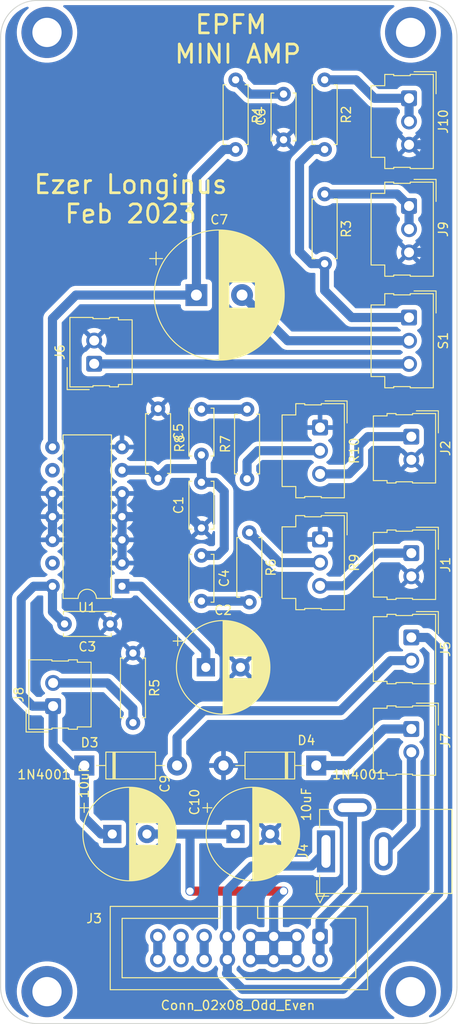
<source format=kicad_pcb>
(kicad_pcb (version 20211014) (generator pcbnew)
  (layers (0 "F.Cu" signal) (31 "B.Cu" signal) (34 "B.Paste" user) (35 "F.Paste" user) (36 "B.SilkS" user "B.Silkscreen") (37 "F.SilkS" user "F.Silkscreen") (38 "B.Mask" user) (39 "F.Mask" user) (44 "Edge.Cuts" user))
  (net 0 "")
  (net 1 "Earth")
  (net 2 "+24V")
  (net 3 "Net-(C2-Pad1)")
  (net 4 "Net-(R6-Pad2)")
  (net 5 "Net-(R7-Pad2)")
  (net 6 "Net-(C10-Pad1)")
  (net 7 "Net-(D3-Pad2)")
  (net 8 "Net-(C5-Pad1)")
  (net 9 "Net-(D4-Pad1)")
  (net 10 "Net-(C6-Pad2)")
  (net 11 "Net-(C7-Pad1)")
  (net 12 "Net-(C7-Pad2)")
  (net 13 "Net-(R9-Pad3)")
  (net 14 "Net-(J2-Pad1)")
  (net 15 "Net-(J3-Pad2)")
  (net 16 "Net-(J6-Pad1)")
  (net 17 "+12V")
  (net 18 "-12V")
  (net 19 "+5V")
  (net 20 "CV")
  (net 21 "GATE")
  (net 22 "Net-(J9-Pad1)")
  (net 23 "Net-(J10-Pad1)")
  (net 24 "Net-(R2-Pad2)")
  (net 25 "Net-(R9-Pad2)")
  (net 26 "Net-(J8-Pad2)")
  (net 27 "Net-(R10-Pad2)")
  (footprint "Resistor_THT:R_Axial_DIN0207_L6.3mm_D2.5mm_P7.62mm_Horizontal" (layer "F.Cu") (at 127.25 98.25 -90)
    (fp_text reference "R6" (at 3.81 -2.37 90) (layer "F.SilkS"))
    (fp_text value "100k")
    (pad "1" thru_hole circle (at 0 0 270) (size 1.6 1.6) (drill 0.8) (layers *.Cu *.Mask) (net 25 "Net-(R9-Pad2)"))
    (pad "2" thru_hole oval (at 7.62 0 270) (size 1.6 1.6) (drill 0.8) (layers *.Cu *.Mask) (net 4 "Net-(R6-Pad2)"))
  )
  (footprint "MountingHole:MountingHole_3.2mm_M3_DIN965_Pad" (layer "F.Cu") (at 144.92 43.5)
    (fp_text reference "H2")
    (fp_text value "MountingHole")
    (pad "1" thru_hole circle (at 0 0) (size 5.6 5.6) (drill 3.2) (layers *.Cu *.Mask))
  )
  (footprint "Connector_Molex:Molex_SL_171971-0003_1x03_P2.54mm_Vertical" (layer "F.Cu") (at 144.75 62.5 -90)
    (fp_text reference "J9" (at 2.54 -3.75 90) (layer "F.SilkS"))
    (fp_text value "HEADPHONE_A")
    (pad "1" thru_hole roundrect (at 0 0 270) (size 1.74 1.74) (drill 1.09) (layers *.Cu *.Mask) (roundrect_rratio 0.143678) (net 22 "Net-(J9-Pad1)"))
    (pad "2" thru_hole circle (at 2.54 0 270) (size 1.74 1.74) (drill 1.09) (layers *.Cu *.Mask) (net 22 "Net-(J9-Pad1)"))
    (pad "3" thru_hole circle (at 5.08 0 270) (size 1.74 1.74) (drill 1.09) (layers *.Cu *.Mask) (net 1 "Earth"))
  )
  (footprint "Resistor_THT:R_Axial_DIN0207_L6.3mm_D2.5mm_P7.62mm_Horizontal" (layer "F.Cu") (at 135.5 48.69 -90)
    (fp_text reference "R2" (at 3.81 -2.37 90) (layer "F.SilkS"))
    (fp_text value "33")
    (pad "1" thru_hole circle (at 0 0 270) (size 1.6 1.6) (drill 0.8) (layers *.Cu *.Mask) (net 23 "Net-(J10-Pad1)"))
    (pad "2" thru_hole oval (at 7.62 0 270) (size 1.6 1.6) (drill 0.8) (layers *.Cu *.Mask) (net 24 "Net-(R2-Pad2)"))
  )
  (footprint "Connector_Molex:Molex_SL_171971-0003_1x03_P2.54mm_Vertical" (layer "F.Cu") (at 135 99 -90)
    (fp_text reference "R9" (at 2.54 -3.75 90) (layer "F.SilkS"))
    (fp_text value "IN_VOL_1M")
    (pad "1" thru_hole roundrect (at 0 0 270) (size 1.74 1.74) (drill 1.09) (layers *.Cu *.Mask) (roundrect_rratio 0.143678) (net 1 "Earth"))
    (pad "2" thru_hole circle (at 2.54 0 270) (size 1.74 1.74) (drill 1.09) (layers *.Cu *.Mask) (net 25 "Net-(R9-Pad2)"))
    (pad "3" thru_hole circle (at 5.08 0 270) (size 1.74 1.74) (drill 1.09) (layers *.Cu *.Mask) (net 13 "Net-(R9-Pad3)"))
  )
  (footprint "Capacitor_THT:C_Disc_D5.0mm_W2.5mm_P5.00mm" (layer "F.Cu") (at 112 108.25 180)
    (fp_text reference "C3" (at 2.5 -2.5) (layer "F.SilkS"))
    (fp_text value "100nF")
    (pad "1" thru_hole circle (at 0 0 180) (size 1.6 1.6) (drill 0.8) (layers *.Cu *.Mask) (net 1 "Earth"))
    (pad "2" thru_hole circle (at 5 0 180) (size 1.6 1.6) (drill 0.8) (layers *.Cu *.Mask) (net 2 "+24V"))
  )
  (footprint "Connector_Molex:Molex_SL_171971-0003_1x03_P2.54mm_Vertical" (layer "F.Cu") (at 144.75 50.71 -90)
    (fp_text reference "J10" (at 2.54 -3.75 90) (layer "F.SilkS"))
    (fp_text value "HEADPHONE_B")
    (pad "1" thru_hole roundrect (at 0 0 270) (size 1.74 1.74) (drill 1.09) (layers *.Cu *.Mask) (roundrect_rratio 0.143678) (net 23 "Net-(J10-Pad1)"))
    (pad "2" thru_hole circle (at 2.54 0 270) (size 1.74 1.74) (drill 1.09) (layers *.Cu *.Mask) (net 23 "Net-(J10-Pad1)"))
    (pad "3" thru_hole circle (at 5.08 0 270) (size 1.74 1.74) (drill 1.09) (layers *.Cu *.Mask) (net 1 "Earth"))
  )
  (footprint "Capacitor_THT:CP_Radial_D14.0mm_P5.00mm" (layer "F.Cu") (at 121.452272 72.25)
    (fp_text reference "C7" (at 2.5 -8.25) (layer "F.SilkS"))
    (fp_text value "470uF")
    (pad "1" thru_hole rect (at 0 0) (size 2.4 2.4) (drill 1.2) (layers *.Cu *.Mask) (net 11 "Net-(C7-Pad1)"))
    (pad "2" thru_hole circle (at 5 0) (size 2.4 2.4) (drill 1.2) (layers *.Cu *.Mask) (net 12 "Net-(C7-Pad2)"))
  )
  (footprint "Resistor_THT:R_Axial_DIN0207_L6.3mm_D2.5mm_P7.62mm_Horizontal" (layer "F.Cu") (at 127 92.37 90)
    (fp_text reference "R7" (at 3.81 -2.37 90) (layer "F.SilkS"))
    (fp_text value "100k")
    (pad "1" thru_hole circle (at 0 0 90) (size 1.6 1.6) (drill 0.8) (layers *.Cu *.Mask) (net 27 "Net-(R10-Pad2)"))
    (pad "2" thru_hole oval (at 7.62 0 90) (size 1.6 1.6) (drill 0.8) (layers *.Cu *.Mask) (net 5 "Net-(R7-Pad2)"))
  )
  (footprint "Capacitor_THT:CP_Radial_D10.0mm_P3.80mm" (layer "F.Cu") (at 125.732323 131.25)
    (fp_text reference "C10" (at -4.482323 -3.5 90) (layer "F.SilkS"))
    (fp_text value "10uF" (at 7.767677 -3.25 90) (layer "F.SilkS"))
    (pad "1" thru_hole rect (at 0 0) (size 2 2) (drill 1) (layers *.Cu *.Mask) (net 6 "Net-(C10-Pad1)"))
    (pad "2" thru_hole circle (at 3.8 0) (size 2 2) (drill 1) (layers *.Cu *.Mask) (net 1 "Earth"))
  )
  (footprint "Connector_Molex:Molex_SL_171971-0002_1x02_P2.54mm_Vertical" (layer "F.Cu") (at 145 119.75 -90)
    (fp_text reference "J7" (at 1.27 -3.75 90) (layer "F.SilkS"))
    (fp_text value "PWR_SW_B")
    (pad "1" thru_hole roundrect (at 0 0 270) (size 1.74 1.74) (drill 1.09) (layers *.Cu *.Mask) (roundrect_rratio 0.143678) (net 9 "Net-(D4-Pad1)"))
    (pad "2" thru_hole circle (at 2.54 0 270) (size 1.74 1.74) (drill 1.09) (layers *.Cu *.Mask) (net 18 "-12V"))
  )
  (footprint "Connector_Molex:Molex_SL_171971-0002_1x02_P2.54mm_Vertical" (layer "F.Cu") (at 145 87.75 -90)
    (fp_text reference "J2" (at 1.27 -3.75 90) (layer "F.SilkS"))
    (fp_text value "INPUT B")
    (pad "1" thru_hole roundrect (at 0 0 270) (size 1.74 1.74) (drill 1.09) (layers *.Cu *.Mask) (roundrect_rratio 0.143678) (net 14 "Net-(J2-Pad1)"))
    (pad "2" thru_hole circle (at 2.54 0 270) (size 1.74 1.74) (drill 1.09) (layers *.Cu *.Mask) (net 1 "Earth"))
  )
  (footprint "Capacitor_THT:C_Disc_D5.0mm_W2.5mm_P5.00mm" (layer "F.Cu") (at 122 97.75 90)
    (fp_text reference "C1" (at 2.5 -2.5 90) (layer "F.SilkS"))
    (fp_text value "22pF")
    (pad "1" thru_hole circle (at 0 0 90) (size 1.6 1.6) (drill 0.8) (layers *.Cu *.Mask) (net 1 "Earth"))
    (pad "2" thru_hole circle (at 5 0 90) (size 1.6 1.6) (drill 0.8) (layers *.Cu *.Mask) (net 8 "Net-(C5-Pad1)"))
  )
  (footprint "Capacitor_THT:C_Disc_D5.0mm_W2.5mm_P5.00mm" (layer "F.Cu") (at 122 89.75 90)
    (fp_text reference "C5" (at 2.5 -2.5 90) (layer "F.SilkS"))
    (fp_text value "220nF")
    (pad "1" thru_hole circle (at 0 0 90) (size 1.6 1.6) (drill 0.8) (layers *.Cu *.Mask) (net 8 "Net-(C5-Pad1)"))
    (pad "2" thru_hole circle (at 5 0 90) (size 1.6 1.6) (drill 0.8) (layers *.Cu *.Mask) (net 5 "Net-(R7-Pad2)"))
  )
  (footprint "Connector_Molex:Molex_SL_171971-0002_1x02_P2.54mm_Vertical" (layer "F.Cu") (at 145 109.73 -90)
    (fp_text reference "J5" (at 1.27 -3.75 90) (layer "F.SilkS"))
    (fp_text value "PWR_SW_A")
    (pad "1" thru_hole roundrect (at 0 0 270) (size 1.74 1.74) (drill 1.09) (layers *.Cu *.Mask) (roundrect_rratio 0.143678) (net 17 "+12V"))
    (pad "2" thru_hole circle (at 2.54 0 270) (size 1.74 1.74) (drill 1.09) (layers *.Cu *.Mask) (net 7 "Net-(D3-Pad2)"))
  )
  (footprint "Resistor_THT:R_Axial_DIN0207_L6.3mm_D2.5mm_P7.62mm_Horizontal" (layer "F.Cu") (at 114.5 111.44 -90)
    (fp_text reference "R5" (at 3.81 -2.37 90) (layer "F.SilkS"))
    (fp_text value "1k")
    (pad "1" thru_hole circle (at 0 0 270) (size 1.6 1.6) (drill 0.8) (layers *.Cu *.Mask) (net 1 "Earth"))
    (pad "2" thru_hole oval (at 7.62 0 270) (size 1.6 1.6) (drill 0.8) (layers *.Cu *.Mask) (net 26 "Net-(J8-Pad2)"))
  )
  (footprint "Connector_Molex:Molex_SL_171971-0002_1x02_P2.54mm_Vertical" (layer "F.Cu") (at 110.25 79.77 90)
    (fp_text reference "J6" (at 1.27 -3.75 90) (layer "F.SilkS"))
    (fp_text value "SPEAKER")
    (pad "1" thru_hole roundrect (at 0 0 90) (size 1.74 1.74) (drill 1.09) (layers *.Cu *.Mask) (roundrect_rratio 0.143678) (net 16 "Net-(J6-Pad1)"))
    (pad "2" thru_hole circle (at 2.54 0 90) (size 1.74 1.74) (drill 1.09) (layers *.Cu *.Mask) (net 1 "Earth"))
  )
  (footprint "Resistor_THT:R_Axial_DIN0207_L6.3mm_D2.5mm_P7.62mm_Horizontal" (layer "F.Cu") (at 125.75 48.69 -90)
    (fp_text reference "R1" (at 3.81 -2.37 90) (layer "F.SilkS"))
    (fp_text value "2.7")
    (pad "1" thru_hole circle (at 0 0 270) (size 1.6 1.6) (drill 0.8) (layers *.Cu *.Mask) (net 10 "Net-(C6-Pad2)"))
    (pad "2" thru_hole oval (at 7.62 0 270) (size 1.6 1.6) (drill 0.8) (layers *.Cu *.Mask) (net 11 "Net-(C7-Pad1)"))
  )
  (footprint "Capacitor_THT:CP_Radial_D10.0mm_P3.80mm" (layer "F.Cu") (at 112.232323 131.25)
    (fp_text reference "C9" (at 5.767677 -5.5 90) (layer "F.SilkS"))
    (fp_text value "10uF" (at -3.079646 -5.75 90) (layer "F.SilkS"))
    (pad "1" thru_hole rect (at 0 0) (size 2 2) (drill 1) (layers *.Cu *.Mask) (net 2 "+24V"))
    (pad "2" thru_hole circle (at 3.8 0) (size 2 2) (drill 1) (layers *.Cu *.Mask) (net 6 "Net-(C10-Pad1)"))
  )
  (footprint "Diode_THT:D_DO-41_SOD81_P10.16mm_Horizontal" (layer "F.Cu") (at 134.58 123.75 180)
    (fp_text reference "D4" (at 1.08 2.75) (layer "F.SilkS"))
    (fp_text value "1N4001" (at -4.67 -1) (layer "F.SilkS"))
    (pad "1" thru_hole rect (at 0 0 180) (size 2.2 2.2) (drill 1.1) (layers *.Cu *.Mask) (net 9 "Net-(D4-Pad1)"))
    (pad "2" thru_hole oval (at 10.16 0 180) (size 2.2 2.2) (drill 1.1) (layers *.Cu *.Mask) (net 1 "Earth"))
  )
  (footprint "Diode_THT:D_DO-41_SOD81_P10.16mm_Horizontal" (layer "F.Cu") (at 109.17 123.75)
    (fp_text reference "D3" (at 0.58 -2.5) (layer "F.SilkS"))
    (fp_text value "1N4001" (at -4.42 1) (layer "F.SilkS"))
    (pad "1" thru_hole rect (at 0 0) (size 2.2 2.2) (drill 1.1) (layers *.Cu *.Mask) (net 2 "+24V"))
    (pad "2" thru_hole oval (at 10.16 0) (size 2.2 2.2) (drill 1.1) (layers *.Cu *.Mask) (net 7 "Net-(D3-Pad2)"))
  )
  (footprint "Connector_Molex:Molex_SL_171971-0002_1x02_P2.54mm_Vertical" (layer "F.Cu") (at 105.75 117.25 90)
    (fp_text reference "J8" (at 1.27 -3.75 90) (layer "F.SilkS"))
    (fp_text value "Power LED")
    (pad "1" thru_hole roundrect (at 0 0 90) (size 1.74 1.74) (drill 1.09) (layers *.Cu *.Mask) (roundrect_rratio 0.143678) (net 2 "+24V"))
    (pad "2" thru_hole circle (at 2.54 0 90) (size 1.74 1.74) (drill 1.09) (layers *.Cu *.Mask) (net 26 "Net-(J8-Pad2)"))
  )
  (footprint "Connector_Molex:Molex_SL_171971-0003_1x03_P2.54mm_Vertical" (layer "F.Cu") (at 135 86.75 -90)
    (fp_text reference "R10" (at 2.54 -3.75 90) (layer "F.SilkS"))
    (fp_text value "IN_VOL_1M")
    (pad "1" thru_hole roundrect (at 0 0 270) (size 1.74 1.74) (drill 1.09) (layers *.Cu *.Mask) (roundrect_rratio 0.143678) (net 1 "Earth"))
    (pad "2" thru_hole circle (at 2.54 0 270) (size 1.74 1.74) (drill 1.09) (layers *.Cu *.Mask) (net 27 "Net-(R10-Pad2)"))
    (pad "3" thru_hole circle (at 5.08 0 270) (size 1.74 1.74) (drill 1.09) (layers *.Cu *.Mask) (net 14 "Net-(J2-Pad1)"))
  )
  (footprint "Connector_Molex:Molex_SL_171971-0003_1x03_P2.54mm_Vertical" (layer "F.Cu") (at 144.75 74.71 -90)
    (fp_text reference "S1" (at 2.54 -3.75 90) (layer "F.SilkS"))
    (fp_text value "OUT_SW")
    (pad "1" thru_hole roundrect (at 0 0 270) (size 1.74 1.74) (drill 1.09) (layers *.Cu *.Mask) (roundrect_rratio 0.143678) (net 24 "Net-(R2-Pad2)"))
    (pad "2" thru_hole circle (at 2.54 0 270) (size 1.74 1.74) (drill 1.09) (layers *.Cu *.Mask) (net 12 "Net-(C7-Pad2)"))
    (pad "3" thru_hole circle (at 5.08 0 270) (size 1.74 1.74) (drill 1.09) (layers *.Cu *.Mask) (net 16 "Net-(J6-Pad1)"))
  )
  (footprint "Connector_BarrelJack:BarrelJack_GCT_DCJ200-10-A_Horizontal" (layer "F.Cu") (at 135.65 133.15 90)
    (fp_text reference "J4" (at 0 -2.5 90) (layer "F.SilkS"))
    (fp_text value "Barrel_Jack_Switch")
    (pad "1" thru_hole rect (at 0 0 90) (size 4.6 2) (drill oval 3.6 1) (layers *.Cu *.Mask) (net 17 "+12V"))
    (pad "2" thru_hole oval (at 0 6.3 90) (size 4.2 2) (drill oval 3.2 1) (layers *.Cu *.Mask) (net 18 "-12V"))
    (pad "3" thru_hole oval (at 4.8 2.9 90) (size 2 4.2) (drill oval 1 3.2) (layers *.Cu *.Mask) (net 15 "Net-(J3-Pad2)"))
  )
  (footprint "Package_DIP:DIP-14_W7.62mm" (layer "F.Cu") (at 113.3 104.125 180)
    (fp_text reference "U1" (at 3.81 -2.33) (layer "F.SilkS"))
    (fp_text value "LM384")
    (pad "1" thru_hole rect (at 0 0 180) (size 1.6 1.6) (drill 0.8) (layers *.Cu *.Mask) (net 3 "Net-(C2-Pad1)"))
    (pad "2" thru_hole oval (at 0 2.54 180) (size 1.6 1.6) (drill 0.8) (layers *.Cu *.Mask) (net 1 "Earth"))
    (pad "3" thru_hole oval (at 0 5.08 180) (size 1.6 1.6) (drill 0.8) (layers *.Cu *.Mask) (net 1 "Earth"))
    (pad "4" thru_hole oval (at 0 7.62 180) (size 1.6 1.6) (drill 0.8) (layers *.Cu *.Mask) (net 1 "Earth"))
    (pad "5" thru_hole oval (at 0 10.16 180) (size 1.6 1.6) (drill 0.8) (layers *.Cu *.Mask) (net 1 "Earth"))
    (pad "6" thru_hole oval (at 0 12.7 180) (size 1.6 1.6) (drill 0.8) (layers *.Cu *.Mask) (net 8 "Net-(C5-Pad1)"))
    (pad "7" thru_hole oval (at 0 15.24 180) (size 1.6 1.6) (drill 0.8) (layers *.Cu *.Mask) (net 1 "Earth"))
    (pad "8" thru_hole oval (at 7.62 15.24 180) (size 1.6 1.6) (drill 0.8) (layers *.Cu *.Mask) (net 11 "Net-(C7-Pad1)"))
    (pad "9" thru_hole oval (at 7.62 12.7 180) (size 1.6 1.6) (drill 0.8) (layers *.Cu *.Mask))
    (pad "10" thru_hole oval (at 7.62 10.16 180) (size 1.6 1.6) (drill 0.8) (layers *.Cu *.Mask) (net 1 "Earth"))
    (pad "11" thru_hole oval (at 7.62 7.62 180) (size 1.6 1.6) (drill 0.8) (layers *.Cu *.Mask) (net 1 "Earth"))
    (pad "12" thru_hole oval (at 7.62 5.08 180) (size 1.6 1.6) (drill 0.8) (layers *.Cu *.Mask) (net 1 "Earth"))
    (pad "13" thru_hole oval (at 7.62 2.54 180) (size 1.6 1.6) (drill 0.8) (layers *.Cu *.Mask))
    (pad "14" thru_hole oval (at 7.62 0 180) (size 1.6 1.6) (drill 0.8) (layers *.Cu *.Mask) (net 2 "+24V"))
  )
  (footprint "Connector_Molex:Molex_SL_171971-0002_1x02_P2.54mm_Vertical" (layer "F.Cu") (at 145 100.5 -90)
    (fp_text reference "J1" (at 1.27 -3.75 90) (layer "F.SilkS"))
    (fp_text value "INPUT A")
    (pad "1" thru_hole roundrect (at 0 0 270) (size 1.74 1.74) (drill 1.09) (layers *.Cu *.Mask) (roundrect_rratio 0.143678) (net 13 "Net-(R9-Pad3)"))
    (pad "2" thru_hole circle (at 2.54 0 270) (size 1.74 1.74) (drill 1.09) (layers *.Cu *.Mask) (net 1 "Earth"))
  )
  (footprint "Capacitor_THT:C_Disc_D5.0mm_W2.5mm_P5.00mm" (layer "F.Cu") (at 131 55.25 90)
    (fp_text reference "C6" (at 2.5 -2.5 90) (layer "F.SilkS"))
    (fp_text value "100nF")
    (pad "1" thru_hole circle (at 0 0 90) (size 1.6 1.6) (drill 0.8) (layers *.Cu *.Mask) (net 1 "Earth"))
    (pad "2" thru_hole circle (at 5 0 90) (size 1.6 1.6) (drill 0.8) (layers *.Cu *.Mask) (net 10 "Net-(C6-Pad2)"))
  )
  (footprint "Connector_IDC:IDC-Header_2x08_P2.54mm_Vertical" (layer "F.Cu") (at 135 142.46 -90)
    (fp_text reference "J3" (at -1.96 24.75) (layer "F.SilkS"))
    (fp_text value "Conn_02x08_Odd_Even" (at 7.54 9 180) (layer "F.SilkS"))
    (pad "1" thru_hole roundrect (at 0 0 270) (size 1.7 1.7) (drill 1) (layers *.Cu *.Mask) (roundrect_rratio 0.1470588235) (net 15 "Net-(J3-Pad2)"))
    (pad "2" thru_hole circle (at 2.54 0 270) (size 1.7 1.7) (drill 1) (layers *.Cu *.Mask) (net 15 "Net-(J3-Pad2)"))
    (pad "3" thru_hole circle (at 0 2.54 270) (size 1.7 1.7) (drill 1) (layers *.Cu *.Mask) (net 6 "Net-(C10-Pad1)"))
    (pad "4" thru_hole circle (at 2.54 2.54 270) (size 1.7 1.7) (drill 1) (layers *.Cu *.Mask) (net 6 "Net-(C10-Pad1)"))
    (pad "5" thru_hole circle (at 0 5.08 270) (size 1.7 1.7) (drill 1) (layers *.Cu *.Mask) (net 6 "Net-(C10-Pad1)"))
    (pad "6" thru_hole circle (at 2.54 5.08 270) (size 1.7 1.7) (drill 1) (layers *.Cu *.Mask) (net 6 "Net-(C10-Pad1)"))
    (pad "7" thru_hole circle (at 0 7.62 270) (size 1.7 1.7) (drill 1) (layers *.Cu *.Mask) (net 6 "Net-(C10-Pad1)"))
    (pad "8" thru_hole circle (at 2.54 7.62 270) (size 1.7 1.7) (drill 1) (layers *.Cu *.Mask) (net 6 "Net-(C10-Pad1)"))
    (pad "9" thru_hole circle (at 0 10.16 270) (size 1.7 1.7) (drill 1) (layers *.Cu *.Mask) (net 17 "+12V"))
    (pad "10" thru_hole circle (at 2.54 10.16 270) (size 1.7 1.7) (drill 1) (layers *.Cu *.Mask) (net 17 "+12V"))
    (pad "11" thru_hole circle (at 0 12.7 270) (size 1.7 1.7) (drill 1) (layers *.Cu *.Mask) (net 19 "+5V"))
    (pad "12" thru_hole circle (at 2.54 12.7 270) (size 1.7 1.7) (drill 1) (layers *.Cu *.Mask) (net 19 "+5V"))
    (pad "13" thru_hole circle (at 0 15.24 270) (size 1.7 1.7) (drill 1) (layers *.Cu *.Mask) (net 20 "CV"))
    (pad "14" thru_hole circle (at 2.54 15.24 270) (size 1.7 1.7) (drill 1) (layers *.Cu *.Mask) (net 20 "CV"))
    (pad "15" thru_hole circle (at 0 17.78 270) (size 1.7 1.7) (drill 1) (layers *.Cu *.Mask) (net 21 "GATE"))
    (pad "16" thru_hole circle (at 2.54 17.78 270) (size 1.7 1.7) (drill 1) (layers *.Cu *.Mask) (net 21 "GATE"))
  )
  (footprint "MountingHole:MountingHole_3.2mm_M3_DIN965_Pad" (layer "F.Cu") (at 144.92 148.5)
    (fp_text reference "H4")
    (fp_text value "MountingHole")
    (pad "1" thru_hole circle (at 0 0) (size 5.6 5.6) (drill 3.2) (layers *.Cu *.Mask))
  )
  (footprint "MountingHole:MountingHole_3.2mm_M3_DIN965_Pad" (layer "F.Cu") (at 105.08 43.5)
    (fp_text reference "H1")
    (fp_text value "MountingHole")
    (pad "1" thru_hole circle (at 0 0) (size 5.6 5.6) (drill 3.2) (layers *.Cu *.Mask))
  )
  (footprint "Resistor_THT:R_Axial_DIN0207_L6.3mm_D2.5mm_P7.62mm_Horizontal" (layer "F.Cu") (at 117.25 84.69 -90)
    (fp_text reference "R8" (at 3.81 -2.37 90) (layer "F.SilkS"))
    (fp_text value "470k")
    (pad "1" thru_hole circle (at 0 0 270) (size 1.6 1.6) (drill 0.8) (layers *.Cu *.Mask) (net 1 "Earth"))
    (pad "2" thru_hole oval (at 7.62 0 270) (size 1.6 1.6) (drill 0.8) (layers *.Cu *.Mask) (net 8 "Net-(C5-Pad1)"))
  )
  (footprint "Capacitor_THT:CP_Radial_D10.0mm_P3.80mm" (layer "F.Cu") (at 122.482323 113)
    (fp_text reference "C2" (at 1.9 -6.25) (layer "F.SilkS"))
    (fp_text value "10uF")
    (pad "1" thru_hole rect (at 0 0) (size 2 2) (drill 1) (layers *.Cu *.Mask) (net 3 "Net-(C2-Pad1)"))
    (pad "2" thru_hole circle (at 3.8 0) (size 2 2) (drill 1) (layers *.Cu *.Mask) (net 1 "Earth"))
  )
  (footprint "Resistor_THT:R_Axial_DIN0207_L6.3mm_D2.5mm_P7.62mm_Horizontal" (layer "F.Cu") (at 135.5 61.19 -90)
    (fp_text reference "R3" (at 3.81 -2.37 90) (layer "F.SilkS"))
    (fp_text value "33")
    (pad "1" thru_hole circle (at 0 0 270) (size 1.6 1.6) (drill 0.8) (layers *.Cu *.Mask) (net 22 "Net-(J9-Pad1)"))
    (pad "2" thru_hole oval (at 7.62 0 270) (size 1.6 1.6) (drill 0.8) (layers *.Cu *.Mask) (net 24 "Net-(R2-Pad2)"))
  )
  (footprint "Capacitor_THT:C_Disc_D5.0mm_W2.5mm_P5.00mm" (layer "F.Cu") (at 122 100.75 -90)
    (fp_text reference "C4" (at 2.5 -2.5 90) (layer "F.SilkS"))
    (fp_text value "220nF")
    (pad "1" thru_hole circle (at 0 0 270) (size 1.6 1.6) (drill 0.8) (layers *.Cu *.Mask) (net 8 "Net-(C5-Pad1)"))
    (pad "2" thru_hole circle (at 5 0 270) (size 1.6 1.6) (drill 0.8) (layers *.Cu *.Mask) (net 4 "Net-(R6-Pad2)"))
  )
  (footprint "MountingHole:MountingHole_3.2mm_M3_DIN965_Pad" (layer "F.Cu") (at 105.08 148.5)
    (fp_text reference "H3")
    (fp_text value "MountingHole")
    (pad "1" thru_hole circle (at 0 0) (size 5.6 5.6) (drill 3.2) (layers *.Cu *.Mask))
  )
  (gr_arc (start 150 148) (mid 148.828427 150.828427) (end 146 152) (layer "Edge.Cuts") (width 0.1))
  (gr_arc (start 100 44) (mid 101.171573 41.171573) (end 104 40) (layer "Edge.Cuts") (width 0.1))
  (gr_line (start 146 40) (end 104 40) (layer "Edge.Cuts") (width 0.1))
  (gr_line (start 104 152) (end 146 152) (layer "Edge.Cuts") (width 0.1))
  (gr_line (start 100 148) (end 100 44) (layer "Edge.Cuts") (width 0.1))
  (gr_arc (start 104 152) (mid 101.171573 150.828427) (end 100 148) (layer "Edge.Cuts") (width 0.1))
  (gr_arc (start 146 40) (mid 148.828427 41.171573) (end 150 44) (layer "Edge.Cuts") (width 0.1))
  (gr_line (start 150 44) (end 150 148) (layer "Edge.Cuts") (width 0.1))
  (gr_text "EPFM \nMINI AMP" (at 126 44.25) (layer "F.SilkS") (effects (font (size 2 2) (thickness 0.3))))
  (gr_text "Ezer Longinus\nFeb 2023" (at 114.25 61.75) (layer "F.SilkS") (effects (font (size 2 2) (thickness 0.3))))
  (segment (start 105.68 99.045) (end 105.68 96.505) (width 1) (layer "B.Cu") (net 1))
  (segment (start 144.75 55.79) (end 146.79 55.79) (width 1) (layer "B.Cu") (net 1))
  (segment (start 105.68 93.965) (end 105.68 96.505) (width 1) (layer "B.Cu") (net 1))
  (segment (start 113.3 96.505) (end 113.3 99.045) (width 1) (layer "B.Cu") (net 1))
  (segment (start 120.755 96.505) (end 122 97.75) (width 1) (layer "B.Cu") (net 1))
  (segment (start 113.3 93.965) (end 113.3 96.505) (width 1) (layer "B.Cu") (net 1))
  (segment (start 147.17 67.58) (end 144.75 67.58) (width 1) (layer "B.Cu") (net 1))
  (segment (start 147.75 67) (end 147.17 67.58) (width 1) (layer "B.Cu") (net 1))
  (segment (start 113.3 99.045) (end 113.3 101.585) (width 1) (layer "B.Cu") (net 1))
  (segment (start 146.79 55.79) (end 147.75 56.75) (width 1) (layer "B.Cu") (net 1))
  (segment (start 113.3 96.505) (end 120.755 96.505) (width 1) (layer "B.Cu") (net 1))
  (segment (start 147.75 56.75) (end 147.75 67) (width 1) (layer "B.Cu") (net 1))
  (segment (start 103.5 117.25) (end 105.75 117.25) (width 1) (layer "B.Cu") (net 2))
  (segment (start 105.68 104.125) (end 103.625 104.125) (width 1) (layer "B.Cu") (net 2))
  (segment (start 105.75 121.5) (end 108 123.75) (width 1) (layer "B.Cu") (net 2))
  (segment (start 105.68 104.125) (end 105.68 106.93) (width 1) (layer "B.Cu") (net 2))
  (segment (start 109.17 123.75) (end 109.17 129.42) (width 1) (layer "B.Cu") (net 2))
  (segment (start 111 131.25) (end 112.232323 131.25) (width 1) (layer "B.Cu") (net 2))
  (segment (start 105.75 117.25) (end 105.75 121.5) (width 1) (layer "B.Cu") (net 2))
  (segment (start 102.25 105.5) (end 102.25 116) (width 1) (layer "B.Cu") (net 2))
  (segment (start 105.68 106.93) (end 107 108.25) (width 1) (layer "B.Cu") (net 2))
  (segment (start 103.625 104.125) (end 102.25 105.5) (width 1) (layer "B.Cu") (net 2))
  (segment (start 108 123.75) (end 109.17 123.75) (width 1) (layer "B.Cu") (net 2))
  (segment (start 102.25 116) (end 103.5 117.25) (width 1) (layer "B.Cu") (net 2))
  (segment (start 109.17 129.42) (end 111 131.25) (width 1) (layer "B.Cu") (net 2))
  (segment (start 122.482323 111.232323) (end 122.482323 113) (width 1) (layer "B.Cu") (net 3))
  (segment (start 115.375 104.125) (end 122.482323 111.232323) (width 1) (layer "B.Cu") (net 3))
  (segment (start 113.3 104.125) (end 115.375 104.125) (width 1) (layer "B.Cu") (net 3))
  (segment (start 122 105.75) (end 127.13 105.75) (width 1) (layer "B.Cu") (net 4))
  (segment (start 127.13 105.75) (end 127.25 105.87) (width 1) (layer "B.Cu") (net 4))
  (segment (start 122 84.75) (end 127 84.75) (width 1) (layer "B.Cu") (net 5))
  (segment (start 131 137.5) (end 120.75 137.5) (width 1) (layer "F.Cu") (net 6))
  (via (at 131 137.5) (size 1) (drill 0.8) (layers "F.Cu" "B.Cu") (net 6))
  (via (at 120.75 137.5) (size 1) (drill 0.8) (layers "F.Cu" "B.Cu") (net 6))
  (segment (start 127.38 145) (end 127.38 142.46) (width 1) (layer "B.Cu") (net 6))
  (segment (start 120.75 137.5) (end 120.75 131.25) (width 1) (layer "B.Cu") (net 6))
  (segment (start 125.732323 131.25) (end 120.75 131.25) (width 1) (layer "B.Cu") (net 6))
  (segment (start 129.92 142.46) (end 129.92 138.58) (width 1) (layer "B.Cu") (net 6))
  (segment (start 129.92 138.58) (end 131 137.5) (width 1) (layer "B.Cu") (net 6))
  (segment (start 132.46 145) (end 132.46 142.46) (width 1) (layer "B.Cu") (net 6))
  (segment (start 127.38 145) (end 129.92 145) (width 1) (layer "B.Cu") (net 6))
  (segment (start 120.75 131.25) (end 116.032323 131.25) (width 1) (layer "B.Cu") (net 6))
  (segment (start 129.92 142.46) (end 132.46 142.46) (width 1) (layer "B.Cu") (net 6))
  (segment (start 129.92 145) (end 132.46 145) (width 1) (layer "B.Cu") (net 6))
  (segment (start 129.92 145) (end 129.92 142.46) (width 1) (layer "B.Cu") (net 6))
  (segment (start 127.38 142.46) (end 129.92 142.46) (width 1) (layer "B.Cu") (net 6))
  (segment (start 119.33 120.67) (end 122.25 117.75) (width 1) (layer "B.Cu") (net 7))
  (segment (start 122.25 117.75) (end 137.25 117.75) (width 1) (layer "B.Cu") (net 7))
  (segment (start 142.73 112.27) (end 145 112.27) (width 1) (layer "B.Cu") (net 7))
  (segment (start 137.25 117.75) (end 142.73 112.27) (width 1) (layer "B.Cu") (net 7))
  (segment (start 119.33 123.75) (end 119.33 120.67) (width 1) (layer "B.Cu") (net 7))
  (segment (start 122 91.25) (end 118.31 91.25) (width 1) (layer "B.Cu") (net 8))
  (segment (start 124.5 93.75) (end 124.5 100) (width 1) (layer "B.Cu") (net 8))
  (segment (start 122 91.25) (end 122 92.75) (width 1) (layer "B.Cu") (net 8))
  (segment (start 118.31 91.25) (end 117.25 92.31) (width 1) (layer "B.Cu") (net 8))
  (segment (start 122 92.75) (end 123.5 92.75) (width 1) (layer "B.Cu") (net 8))
  (segment (start 113.3 91.425) (end 116.365 91.425) (width 1) (layer "B.Cu") (net 8))
  (segment (start 116.365 91.425) (end 117.25 92.31) (width 1) (layer "B.Cu") (net 8))
  (segment (start 123.75 100.75) (end 122 100.75) (width 1) (layer "B.Cu") (net 8))
  (segment (start 122 89.75) (end 122 91.25) (width 1) (layer "B.Cu") (net 8))
  (segment (start 124.5 100) (end 123.75 100.75) (width 1) (layer "B.Cu") (net 8))
  (segment (start 123.5 92.75) (end 124.5 93.75) (width 1) (layer "B.Cu") (net 8))
  (segment (start 145 119.75) (end 142 119.75) (width 1) (layer "B.Cu") (net 9))
  (segment (start 142 119.75) (end 138 123.75) (width 1) (layer "B.Cu") (net 9))
  (segment (start 138 123.75) (end 134.58 123.75) (width 1) (layer "B.Cu") (net 9))
  (segment (start 127.31 50.25) (end 125.75 48.69) (width 1) (layer "B.Cu") (net 10))
  (segment (start 131 50.25) (end 127.31 50.25) (width 1) (layer "B.Cu") (net 10))
  (segment (start 121.452272 72.25) (end 108.25 72.25) (width 1) (layer "B.Cu") (net 11))
  (segment (start 105.68 74.82) (end 105.68 88.885) (width 1) (layer "B.Cu") (net 11))
  (segment (start 108.25 72.25) (end 105.68 74.82) (width 1) (layer "B.Cu") (net 11))
  (segment (start 121.452272 59.297728) (end 121.452272 72.25) (width 1) (layer "B.Cu") (net 11))
  (segment (start 124.44 56.31) (end 121.452272 59.297728) (width 1) (layer "B.Cu") (net 11))
  (segment (start 125.75 56.31) (end 124.44 56.31) (width 1) (layer "B.Cu") (net 11))
  (segment (start 131.452272 77.25) (end 126.452272 72.25) (width 1) (layer "B.Cu") (net 12))
  (segment (start 144.75 77.25) (end 131.452272 77.25) (width 1) (layer "B.Cu") (net 12))
  (segment (start 137.67 104.08) (end 141.25 100.5) (width 1) (layer "B.Cu") (net 13))
  (segment (start 135 104.08) (end 137.67 104.08) (width 1) (layer "B.Cu") (net 13))
  (segment (start 141.25 100.5) (end 145 100.5) (width 1) (layer "B.Cu") (net 13))
  (segment (start 139.25 88.75) (end 139.25 90.75) (width 1) (layer "B.Cu") (net 14))
  (segment (start 145 87.75) (end 140.25 87.75) (width 1) (layer "B.Cu") (net 14))
  (segment (start 138.17 91.83) (end 135 91.83) (width 1) (layer "B.Cu") (net 14))
  (segment (start 139.25 90.75) (end 138.17 91.83) (width 1) (layer "B.Cu") (net 14))
  (segment (start 140.25 87.75) (end 139.25 88.75) (width 1) (layer "B.Cu") (net 14))
  (segment (start 135 142.46) (end 135 140.75) (width 1) (layer "B.Cu") (net 15))
  (segment (start 135 145) (end 135 142.46) (width 1) (layer "B.Cu") (net 15))
  (segment (start 135 140.75) (end 138.55 137.2) (width 1) (layer "B.Cu") (net 15))
  (segment (start 138.55 137.2) (end 138.55 128.35) (width 1) (layer "B.Cu") (net 15))
  (segment (start 110.27 79.79) (end 144.75 79.79) (width 1) (layer "B.Cu") (net 16))
  (segment (start 110.25 79.77) (end 110.27 79.79) (width 1) (layer "B.Cu") (net 16))
  (segment (start 124.84 137.41) (end 124.84 142.46) (width 1) (layer "B.Cu") (net 17))
  (segment (start 126.5 148.25) (end 124.75 146.5) (width 1) (layer "B.Cu") (net 17))
  (segment (start 145 109.73) (end 146.73 109.73) (width 1) (layer "B.Cu") (net 17))
  (segment (start 146.73 109.73) (end 148 111) (width 1) (layer "B.Cu") (net 17))
  (segment (start 134.05 134.75) (end 127.5 134.75) (width 1) (layer "B.Cu") (net 17))
  (segment (start 135.65 133.15) (end 134.05 134.75) (width 1) (layer "B.Cu") (net 17))
  (segment (start 148 137.75) (end 137.5 148.25) (width 1) (layer "B.Cu") (net 17))
  (segment (start 148 111) (end 148 137.75) (width 1) (layer "B.Cu") (net 17))
  (segment (start 124.84 146.41) (end 124.84 145) (width 1) (layer "B.Cu") (net 17))
  (segment (start 137.5 148.25) (end 126.5 148.25) (width 1) (layer "B.Cu") (net 17))
  (segment (start 127.5 134.75) (end 124.84 137.41) (width 1) (layer "B.Cu") (net 17))
  (segment (start 124.75 146.5) (end 124.84 146.41) (width 1) (layer "B.Cu") (net 17))
  (segment (start 124.84 145) (end 124.84 142.46) (width 1) (layer "B.Cu") (net 17))
  (segment (start 145 130.25) (end 145 122.29) (width 1) (layer "B.Cu") (net 18))
  (segment (start 142.1 133.15) (end 145 130.25) (width 1) (layer "B.Cu") (net 18))
  (segment (start 141.95 133.15) (end 142.1 133.15) (width 1) (layer "B.Cu") (net 18))
  (segment (start 122.3 145) (end 122.3 142.46) (width 1) (layer "B.Cu") (net 19))
  (segment (start 119.76 145) (end 119.76 142.46) (width 1) (layer "B.Cu") (net 20))
  (segment (start 117.22 145) (end 117.22 142.46) (width 1) (layer "B.Cu") (net 21))
  (segment (start 144.75 65.04) (end 144.75 62.5) (width 1) (layer "B.Cu") (net 22))
  (segment (start 135.5 61.19) (end 143.44 61.19) (width 1) (layer "B.Cu") (net 22))
  (segment (start 143.44 61.19) (end 144.75 62.5) (width 1) (layer "B.Cu") (net 22))
  (segment (start 135.5 48.69) (end 138.94 48.69) (width 1) (layer "B.Cu") (net 23))
  (segment (start 144.75 53.25) (end 144.75 50.71) (width 1) (layer "B.Cu") (net 23))
  (segment (start 140.96 50.71) (end 144.75 50.71) (width 1) (layer "B.Cu") (net 23))
  (segment (start 138.94 48.69) (end 140.96 50.71) (width 1) (layer "B.Cu") (net 23))
  (segment (start 134.19 56.31) (end 132.75 57.75) (width 1) (layer "B.Cu") (net 24))
  (segment (start 135.5 68.81) (end 135.5 71.75) (width 1) (layer "B.Cu") (net 24))
  (segment (start 135.5 71.75) (end 138.46 74.71) (width 1) (layer "B.Cu") (net 24))
  (segment (start 135.5 56.31) (end 134.19 56.31) (width 1) (layer "B.Cu") (net 24))
  (segment (start 138.46 74.71) (end 144.75 74.71) (width 1) (layer "B.Cu") (net 24))
  (segment (start 132.75 57.75) (end 132.75 67.5) (width 1) (layer "B.Cu") (net 24))
  (segment (start 132.75 67.5) (end 134.06 68.81) (width 1) (layer "B.Cu") (net 24))
  (segment (start 134.06 68.81) (end 135.5 68.81) (width 1) (layer "B.Cu") (net 24))
  (segment (start 127.25 98.25) (end 130.54 101.54) (width 1) (layer "B.Cu") (net 25))
  (segment (start 130.54 101.54) (end 135 101.54) (width 1) (layer "B.Cu") (net 25))
  (segment (start 105.75 114.71) (end 111.71 114.71) (width 1) (layer "B.Cu") (net 26))
  (segment (start 111.71 114.71) (end 114.5 117.5) (width 1) (layer "B.Cu") (net 26))
  (segment (start 114.5 117.5) (end 114.5 119.06) (width 1) (layer "B.Cu") (net 26))
  (segment (start 127 92.37) (end 127 90.5) (width 1) (layer "B.Cu") (net 27))
  (segment (start 128.21 89.29) (end 135 89.29) (width 1) (layer "B.Cu") (net 27))
  (segment (start 127 90.5) (end 128.21 89.29) (width 1) (layer "B.Cu") (net 27))
  (zone (net 1) (net_name "Earth") (layer "B.Cu") (connect_pads (clearance 0.508)) (min_thickness 0.254) (fill yes (thermal_gap 0.508) (thermal_bridge_width 0.508))
    (polygon (pts (xy 150 152) (xy 100 152) (xy 100 40) (xy 150 40)))
  )
)
</source>
